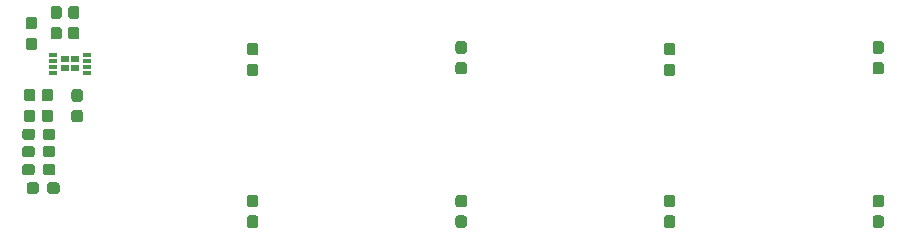
<source format=gbr>
G04 #@! TF.GenerationSoftware,KiCad,Pcbnew,(5.1.5)-3*
G04 #@! TF.CreationDate,2021-07-19T12:04:44+02:00*
G04 #@! TF.ProjectId,4xHalfBridge-VSON8,34784861-6c66-4427-9269-6467652d5653,rev?*
G04 #@! TF.SameCoordinates,Original*
G04 #@! TF.FileFunction,Paste,Bot*
G04 #@! TF.FilePolarity,Positive*
%FSLAX46Y46*%
G04 Gerber Fmt 4.6, Leading zero omitted, Abs format (unit mm)*
G04 Created by KiCad (PCBNEW (5.1.5)-3) date 2021-07-19 12:04:44*
%MOMM*%
%LPD*%
G04 APERTURE LIST*
%ADD10R,0.710000X0.580000*%
%ADD11R,0.750000X0.300000*%
%ADD12C,0.100000*%
G04 APERTURE END LIST*
D10*
X12917500Y-8247500D03*
X12042500Y-8247500D03*
X12042500Y-8972500D03*
X12917500Y-8972500D03*
D11*
X11030000Y-7860000D03*
X11030000Y-8360000D03*
X11030000Y-8860000D03*
X11030000Y-9360000D03*
X13930000Y-9360000D03*
X13930000Y-8860000D03*
X13930000Y-8360000D03*
X13930000Y-7860000D03*
D12*
G36*
X9285779Y-14106144D02*
G01*
X9308834Y-14109563D01*
X9331443Y-14115227D01*
X9353387Y-14123079D01*
X9374457Y-14133044D01*
X9394448Y-14145026D01*
X9413168Y-14158910D01*
X9430438Y-14174562D01*
X9446090Y-14191832D01*
X9459974Y-14210552D01*
X9471956Y-14230543D01*
X9481921Y-14251613D01*
X9489773Y-14273557D01*
X9495437Y-14296166D01*
X9498856Y-14319221D01*
X9500000Y-14342500D01*
X9500000Y-14817500D01*
X9498856Y-14840779D01*
X9495437Y-14863834D01*
X9489773Y-14886443D01*
X9481921Y-14908387D01*
X9471956Y-14929457D01*
X9459974Y-14949448D01*
X9446090Y-14968168D01*
X9430438Y-14985438D01*
X9413168Y-15001090D01*
X9394448Y-15014974D01*
X9374457Y-15026956D01*
X9353387Y-15036921D01*
X9331443Y-15044773D01*
X9308834Y-15050437D01*
X9285779Y-15053856D01*
X9262500Y-15055000D01*
X8687500Y-15055000D01*
X8664221Y-15053856D01*
X8641166Y-15050437D01*
X8618557Y-15044773D01*
X8596613Y-15036921D01*
X8575543Y-15026956D01*
X8555552Y-15014974D01*
X8536832Y-15001090D01*
X8519562Y-14985438D01*
X8503910Y-14968168D01*
X8490026Y-14949448D01*
X8478044Y-14929457D01*
X8468079Y-14908387D01*
X8460227Y-14886443D01*
X8454563Y-14863834D01*
X8451144Y-14840779D01*
X8450000Y-14817500D01*
X8450000Y-14342500D01*
X8451144Y-14319221D01*
X8454563Y-14296166D01*
X8460227Y-14273557D01*
X8468079Y-14251613D01*
X8478044Y-14230543D01*
X8490026Y-14210552D01*
X8503910Y-14191832D01*
X8519562Y-14174562D01*
X8536832Y-14158910D01*
X8555552Y-14145026D01*
X8575543Y-14133044D01*
X8596613Y-14123079D01*
X8618557Y-14115227D01*
X8641166Y-14109563D01*
X8664221Y-14106144D01*
X8687500Y-14105000D01*
X9262500Y-14105000D01*
X9285779Y-14106144D01*
G37*
G36*
X11035779Y-14106144D02*
G01*
X11058834Y-14109563D01*
X11081443Y-14115227D01*
X11103387Y-14123079D01*
X11124457Y-14133044D01*
X11144448Y-14145026D01*
X11163168Y-14158910D01*
X11180438Y-14174562D01*
X11196090Y-14191832D01*
X11209974Y-14210552D01*
X11221956Y-14230543D01*
X11231921Y-14251613D01*
X11239773Y-14273557D01*
X11245437Y-14296166D01*
X11248856Y-14319221D01*
X11250000Y-14342500D01*
X11250000Y-14817500D01*
X11248856Y-14840779D01*
X11245437Y-14863834D01*
X11239773Y-14886443D01*
X11231921Y-14908387D01*
X11221956Y-14929457D01*
X11209974Y-14949448D01*
X11196090Y-14968168D01*
X11180438Y-14985438D01*
X11163168Y-15001090D01*
X11144448Y-15014974D01*
X11124457Y-15026956D01*
X11103387Y-15036921D01*
X11081443Y-15044773D01*
X11058834Y-15050437D01*
X11035779Y-15053856D01*
X11012500Y-15055000D01*
X10437500Y-15055000D01*
X10414221Y-15053856D01*
X10391166Y-15050437D01*
X10368557Y-15044773D01*
X10346613Y-15036921D01*
X10325543Y-15026956D01*
X10305552Y-15014974D01*
X10286832Y-15001090D01*
X10269562Y-14985438D01*
X10253910Y-14968168D01*
X10240026Y-14949448D01*
X10228044Y-14929457D01*
X10218079Y-14908387D01*
X10210227Y-14886443D01*
X10204563Y-14863834D01*
X10201144Y-14840779D01*
X10200000Y-14817500D01*
X10200000Y-14342500D01*
X10201144Y-14319221D01*
X10204563Y-14296166D01*
X10210227Y-14273557D01*
X10218079Y-14251613D01*
X10228044Y-14230543D01*
X10240026Y-14210552D01*
X10253910Y-14191832D01*
X10269562Y-14174562D01*
X10286832Y-14158910D01*
X10305552Y-14145026D01*
X10325543Y-14133044D01*
X10346613Y-14123079D01*
X10368557Y-14115227D01*
X10391166Y-14109563D01*
X10414221Y-14106144D01*
X10437500Y-14105000D01*
X11012500Y-14105000D01*
X11035779Y-14106144D01*
G37*
G36*
X9275779Y-17096144D02*
G01*
X9298834Y-17099563D01*
X9321443Y-17105227D01*
X9343387Y-17113079D01*
X9364457Y-17123044D01*
X9384448Y-17135026D01*
X9403168Y-17148910D01*
X9420438Y-17164562D01*
X9436090Y-17181832D01*
X9449974Y-17200552D01*
X9461956Y-17220543D01*
X9471921Y-17241613D01*
X9479773Y-17263557D01*
X9485437Y-17286166D01*
X9488856Y-17309221D01*
X9490000Y-17332500D01*
X9490000Y-17807500D01*
X9488856Y-17830779D01*
X9485437Y-17853834D01*
X9479773Y-17876443D01*
X9471921Y-17898387D01*
X9461956Y-17919457D01*
X9449974Y-17939448D01*
X9436090Y-17958168D01*
X9420438Y-17975438D01*
X9403168Y-17991090D01*
X9384448Y-18004974D01*
X9364457Y-18016956D01*
X9343387Y-18026921D01*
X9321443Y-18034773D01*
X9298834Y-18040437D01*
X9275779Y-18043856D01*
X9252500Y-18045000D01*
X8677500Y-18045000D01*
X8654221Y-18043856D01*
X8631166Y-18040437D01*
X8608557Y-18034773D01*
X8586613Y-18026921D01*
X8565543Y-18016956D01*
X8545552Y-18004974D01*
X8526832Y-17991090D01*
X8509562Y-17975438D01*
X8493910Y-17958168D01*
X8480026Y-17939448D01*
X8468044Y-17919457D01*
X8458079Y-17898387D01*
X8450227Y-17876443D01*
X8444563Y-17853834D01*
X8441144Y-17830779D01*
X8440000Y-17807500D01*
X8440000Y-17332500D01*
X8441144Y-17309221D01*
X8444563Y-17286166D01*
X8450227Y-17263557D01*
X8458079Y-17241613D01*
X8468044Y-17220543D01*
X8480026Y-17200552D01*
X8493910Y-17181832D01*
X8509562Y-17164562D01*
X8526832Y-17148910D01*
X8545552Y-17135026D01*
X8565543Y-17123044D01*
X8586613Y-17113079D01*
X8608557Y-17105227D01*
X8631166Y-17099563D01*
X8654221Y-17096144D01*
X8677500Y-17095000D01*
X9252500Y-17095000D01*
X9275779Y-17096144D01*
G37*
G36*
X11025779Y-17096144D02*
G01*
X11048834Y-17099563D01*
X11071443Y-17105227D01*
X11093387Y-17113079D01*
X11114457Y-17123044D01*
X11134448Y-17135026D01*
X11153168Y-17148910D01*
X11170438Y-17164562D01*
X11186090Y-17181832D01*
X11199974Y-17200552D01*
X11211956Y-17220543D01*
X11221921Y-17241613D01*
X11229773Y-17263557D01*
X11235437Y-17286166D01*
X11238856Y-17309221D01*
X11240000Y-17332500D01*
X11240000Y-17807500D01*
X11238856Y-17830779D01*
X11235437Y-17853834D01*
X11229773Y-17876443D01*
X11221921Y-17898387D01*
X11211956Y-17919457D01*
X11199974Y-17939448D01*
X11186090Y-17958168D01*
X11170438Y-17975438D01*
X11153168Y-17991090D01*
X11134448Y-18004974D01*
X11114457Y-18016956D01*
X11093387Y-18026921D01*
X11071443Y-18034773D01*
X11048834Y-18040437D01*
X11025779Y-18043856D01*
X11002500Y-18045000D01*
X10427500Y-18045000D01*
X10404221Y-18043856D01*
X10381166Y-18040437D01*
X10358557Y-18034773D01*
X10336613Y-18026921D01*
X10315543Y-18016956D01*
X10295552Y-18004974D01*
X10276832Y-17991090D01*
X10259562Y-17975438D01*
X10243910Y-17958168D01*
X10230026Y-17939448D01*
X10218044Y-17919457D01*
X10208079Y-17898387D01*
X10200227Y-17876443D01*
X10194563Y-17853834D01*
X10191144Y-17830779D01*
X10190000Y-17807500D01*
X10190000Y-17332500D01*
X10191144Y-17309221D01*
X10194563Y-17286166D01*
X10200227Y-17263557D01*
X10208079Y-17241613D01*
X10218044Y-17220543D01*
X10230026Y-17200552D01*
X10243910Y-17181832D01*
X10259562Y-17164562D01*
X10276832Y-17148910D01*
X10295552Y-17135026D01*
X10315543Y-17123044D01*
X10336613Y-17113079D01*
X10358557Y-17105227D01*
X10381166Y-17099563D01*
X10404221Y-17096144D01*
X10427500Y-17095000D01*
X11002500Y-17095000D01*
X11025779Y-17096144D01*
G37*
G36*
X9265779Y-15576144D02*
G01*
X9288834Y-15579563D01*
X9311443Y-15585227D01*
X9333387Y-15593079D01*
X9354457Y-15603044D01*
X9374448Y-15615026D01*
X9393168Y-15628910D01*
X9410438Y-15644562D01*
X9426090Y-15661832D01*
X9439974Y-15680552D01*
X9451956Y-15700543D01*
X9461921Y-15721613D01*
X9469773Y-15743557D01*
X9475437Y-15766166D01*
X9478856Y-15789221D01*
X9480000Y-15812500D01*
X9480000Y-16287500D01*
X9478856Y-16310779D01*
X9475437Y-16333834D01*
X9469773Y-16356443D01*
X9461921Y-16378387D01*
X9451956Y-16399457D01*
X9439974Y-16419448D01*
X9426090Y-16438168D01*
X9410438Y-16455438D01*
X9393168Y-16471090D01*
X9374448Y-16484974D01*
X9354457Y-16496956D01*
X9333387Y-16506921D01*
X9311443Y-16514773D01*
X9288834Y-16520437D01*
X9265779Y-16523856D01*
X9242500Y-16525000D01*
X8667500Y-16525000D01*
X8644221Y-16523856D01*
X8621166Y-16520437D01*
X8598557Y-16514773D01*
X8576613Y-16506921D01*
X8555543Y-16496956D01*
X8535552Y-16484974D01*
X8516832Y-16471090D01*
X8499562Y-16455438D01*
X8483910Y-16438168D01*
X8470026Y-16419448D01*
X8458044Y-16399457D01*
X8448079Y-16378387D01*
X8440227Y-16356443D01*
X8434563Y-16333834D01*
X8431144Y-16310779D01*
X8430000Y-16287500D01*
X8430000Y-15812500D01*
X8431144Y-15789221D01*
X8434563Y-15766166D01*
X8440227Y-15743557D01*
X8448079Y-15721613D01*
X8458044Y-15700543D01*
X8470026Y-15680552D01*
X8483910Y-15661832D01*
X8499562Y-15644562D01*
X8516832Y-15628910D01*
X8535552Y-15615026D01*
X8555543Y-15603044D01*
X8576613Y-15593079D01*
X8598557Y-15585227D01*
X8621166Y-15579563D01*
X8644221Y-15576144D01*
X8667500Y-15575000D01*
X9242500Y-15575000D01*
X9265779Y-15576144D01*
G37*
G36*
X11015779Y-15576144D02*
G01*
X11038834Y-15579563D01*
X11061443Y-15585227D01*
X11083387Y-15593079D01*
X11104457Y-15603044D01*
X11124448Y-15615026D01*
X11143168Y-15628910D01*
X11160438Y-15644562D01*
X11176090Y-15661832D01*
X11189974Y-15680552D01*
X11201956Y-15700543D01*
X11211921Y-15721613D01*
X11219773Y-15743557D01*
X11225437Y-15766166D01*
X11228856Y-15789221D01*
X11230000Y-15812500D01*
X11230000Y-16287500D01*
X11228856Y-16310779D01*
X11225437Y-16333834D01*
X11219773Y-16356443D01*
X11211921Y-16378387D01*
X11201956Y-16399457D01*
X11189974Y-16419448D01*
X11176090Y-16438168D01*
X11160438Y-16455438D01*
X11143168Y-16471090D01*
X11124448Y-16484974D01*
X11104457Y-16496956D01*
X11083387Y-16506921D01*
X11061443Y-16514773D01*
X11038834Y-16520437D01*
X11015779Y-16523856D01*
X10992500Y-16525000D01*
X10417500Y-16525000D01*
X10394221Y-16523856D01*
X10371166Y-16520437D01*
X10348557Y-16514773D01*
X10326613Y-16506921D01*
X10305543Y-16496956D01*
X10285552Y-16484974D01*
X10266832Y-16471090D01*
X10249562Y-16455438D01*
X10233910Y-16438168D01*
X10220026Y-16419448D01*
X10208044Y-16399457D01*
X10198079Y-16378387D01*
X10190227Y-16356443D01*
X10184563Y-16333834D01*
X10181144Y-16310779D01*
X10180000Y-16287500D01*
X10180000Y-15812500D01*
X10181144Y-15789221D01*
X10184563Y-15766166D01*
X10190227Y-15743557D01*
X10198079Y-15721613D01*
X10208044Y-15700543D01*
X10220026Y-15680552D01*
X10233910Y-15661832D01*
X10249562Y-15644562D01*
X10266832Y-15628910D01*
X10285552Y-15615026D01*
X10305543Y-15603044D01*
X10326613Y-15593079D01*
X10348557Y-15585227D01*
X10371166Y-15579563D01*
X10394221Y-15576144D01*
X10417500Y-15575000D01*
X10992500Y-15575000D01*
X11015779Y-15576144D01*
G37*
G36*
X11385779Y-18656144D02*
G01*
X11408834Y-18659563D01*
X11431443Y-18665227D01*
X11453387Y-18673079D01*
X11474457Y-18683044D01*
X11494448Y-18695026D01*
X11513168Y-18708910D01*
X11530438Y-18724562D01*
X11546090Y-18741832D01*
X11559974Y-18760552D01*
X11571956Y-18780543D01*
X11581921Y-18801613D01*
X11589773Y-18823557D01*
X11595437Y-18846166D01*
X11598856Y-18869221D01*
X11600000Y-18892500D01*
X11600000Y-19367500D01*
X11598856Y-19390779D01*
X11595437Y-19413834D01*
X11589773Y-19436443D01*
X11581921Y-19458387D01*
X11571956Y-19479457D01*
X11559974Y-19499448D01*
X11546090Y-19518168D01*
X11530438Y-19535438D01*
X11513168Y-19551090D01*
X11494448Y-19564974D01*
X11474457Y-19576956D01*
X11453387Y-19586921D01*
X11431443Y-19594773D01*
X11408834Y-19600437D01*
X11385779Y-19603856D01*
X11362500Y-19605000D01*
X10787500Y-19605000D01*
X10764221Y-19603856D01*
X10741166Y-19600437D01*
X10718557Y-19594773D01*
X10696613Y-19586921D01*
X10675543Y-19576956D01*
X10655552Y-19564974D01*
X10636832Y-19551090D01*
X10619562Y-19535438D01*
X10603910Y-19518168D01*
X10590026Y-19499448D01*
X10578044Y-19479457D01*
X10568079Y-19458387D01*
X10560227Y-19436443D01*
X10554563Y-19413834D01*
X10551144Y-19390779D01*
X10550000Y-19367500D01*
X10550000Y-18892500D01*
X10551144Y-18869221D01*
X10554563Y-18846166D01*
X10560227Y-18823557D01*
X10568079Y-18801613D01*
X10578044Y-18780543D01*
X10590026Y-18760552D01*
X10603910Y-18741832D01*
X10619562Y-18724562D01*
X10636832Y-18708910D01*
X10655552Y-18695026D01*
X10675543Y-18683044D01*
X10696613Y-18673079D01*
X10718557Y-18665227D01*
X10741166Y-18659563D01*
X10764221Y-18656144D01*
X10787500Y-18655000D01*
X11362500Y-18655000D01*
X11385779Y-18656144D01*
G37*
G36*
X9635779Y-18656144D02*
G01*
X9658834Y-18659563D01*
X9681443Y-18665227D01*
X9703387Y-18673079D01*
X9724457Y-18683044D01*
X9744448Y-18695026D01*
X9763168Y-18708910D01*
X9780438Y-18724562D01*
X9796090Y-18741832D01*
X9809974Y-18760552D01*
X9821956Y-18780543D01*
X9831921Y-18801613D01*
X9839773Y-18823557D01*
X9845437Y-18846166D01*
X9848856Y-18869221D01*
X9850000Y-18892500D01*
X9850000Y-19367500D01*
X9848856Y-19390779D01*
X9845437Y-19413834D01*
X9839773Y-19436443D01*
X9831921Y-19458387D01*
X9821956Y-19479457D01*
X9809974Y-19499448D01*
X9796090Y-19518168D01*
X9780438Y-19535438D01*
X9763168Y-19551090D01*
X9744448Y-19564974D01*
X9724457Y-19576956D01*
X9703387Y-19586921D01*
X9681443Y-19594773D01*
X9658834Y-19600437D01*
X9635779Y-19603856D01*
X9612500Y-19605000D01*
X9037500Y-19605000D01*
X9014221Y-19603856D01*
X8991166Y-19600437D01*
X8968557Y-19594773D01*
X8946613Y-19586921D01*
X8925543Y-19576956D01*
X8905552Y-19564974D01*
X8886832Y-19551090D01*
X8869562Y-19535438D01*
X8853910Y-19518168D01*
X8840026Y-19499448D01*
X8828044Y-19479457D01*
X8818079Y-19458387D01*
X8810227Y-19436443D01*
X8804563Y-19413834D01*
X8801144Y-19390779D01*
X8800000Y-19367500D01*
X8800000Y-18892500D01*
X8801144Y-18869221D01*
X8804563Y-18846166D01*
X8810227Y-18823557D01*
X8818079Y-18801613D01*
X8828044Y-18780543D01*
X8840026Y-18760552D01*
X8853910Y-18741832D01*
X8869562Y-18724562D01*
X8886832Y-18708910D01*
X8905552Y-18695026D01*
X8925543Y-18683044D01*
X8946613Y-18673079D01*
X8968557Y-18665227D01*
X8991166Y-18659563D01*
X9014221Y-18656144D01*
X9037500Y-18655000D01*
X9612500Y-18655000D01*
X9635779Y-18656144D01*
G37*
G36*
X13340779Y-10761144D02*
G01*
X13363834Y-10764563D01*
X13386443Y-10770227D01*
X13408387Y-10778079D01*
X13429457Y-10788044D01*
X13449448Y-10800026D01*
X13468168Y-10813910D01*
X13485438Y-10829562D01*
X13501090Y-10846832D01*
X13514974Y-10865552D01*
X13526956Y-10885543D01*
X13536921Y-10906613D01*
X13544773Y-10928557D01*
X13550437Y-10951166D01*
X13553856Y-10974221D01*
X13555000Y-10997500D01*
X13555000Y-11572500D01*
X13553856Y-11595779D01*
X13550437Y-11618834D01*
X13544773Y-11641443D01*
X13536921Y-11663387D01*
X13526956Y-11684457D01*
X13514974Y-11704448D01*
X13501090Y-11723168D01*
X13485438Y-11740438D01*
X13468168Y-11756090D01*
X13449448Y-11769974D01*
X13429457Y-11781956D01*
X13408387Y-11791921D01*
X13386443Y-11799773D01*
X13363834Y-11805437D01*
X13340779Y-11808856D01*
X13317500Y-11810000D01*
X12842500Y-11810000D01*
X12819221Y-11808856D01*
X12796166Y-11805437D01*
X12773557Y-11799773D01*
X12751613Y-11791921D01*
X12730543Y-11781956D01*
X12710552Y-11769974D01*
X12691832Y-11756090D01*
X12674562Y-11740438D01*
X12658910Y-11723168D01*
X12645026Y-11704448D01*
X12633044Y-11684457D01*
X12623079Y-11663387D01*
X12615227Y-11641443D01*
X12609563Y-11618834D01*
X12606144Y-11595779D01*
X12605000Y-11572500D01*
X12605000Y-10997500D01*
X12606144Y-10974221D01*
X12609563Y-10951166D01*
X12615227Y-10928557D01*
X12623079Y-10906613D01*
X12633044Y-10885543D01*
X12645026Y-10865552D01*
X12658910Y-10846832D01*
X12674562Y-10829562D01*
X12691832Y-10813910D01*
X12710552Y-10800026D01*
X12730543Y-10788044D01*
X12751613Y-10778079D01*
X12773557Y-10770227D01*
X12796166Y-10764563D01*
X12819221Y-10761144D01*
X12842500Y-10760000D01*
X13317500Y-10760000D01*
X13340779Y-10761144D01*
G37*
G36*
X13340779Y-12511144D02*
G01*
X13363834Y-12514563D01*
X13386443Y-12520227D01*
X13408387Y-12528079D01*
X13429457Y-12538044D01*
X13449448Y-12550026D01*
X13468168Y-12563910D01*
X13485438Y-12579562D01*
X13501090Y-12596832D01*
X13514974Y-12615552D01*
X13526956Y-12635543D01*
X13536921Y-12656613D01*
X13544773Y-12678557D01*
X13550437Y-12701166D01*
X13553856Y-12724221D01*
X13555000Y-12747500D01*
X13555000Y-13322500D01*
X13553856Y-13345779D01*
X13550437Y-13368834D01*
X13544773Y-13391443D01*
X13536921Y-13413387D01*
X13526956Y-13434457D01*
X13514974Y-13454448D01*
X13501090Y-13473168D01*
X13485438Y-13490438D01*
X13468168Y-13506090D01*
X13449448Y-13519974D01*
X13429457Y-13531956D01*
X13408387Y-13541921D01*
X13386443Y-13549773D01*
X13363834Y-13555437D01*
X13340779Y-13558856D01*
X13317500Y-13560000D01*
X12842500Y-13560000D01*
X12819221Y-13558856D01*
X12796166Y-13555437D01*
X12773557Y-13549773D01*
X12751613Y-13541921D01*
X12730543Y-13531956D01*
X12710552Y-13519974D01*
X12691832Y-13506090D01*
X12674562Y-13490438D01*
X12658910Y-13473168D01*
X12645026Y-13454448D01*
X12633044Y-13434457D01*
X12623079Y-13413387D01*
X12615227Y-13391443D01*
X12609563Y-13368834D01*
X12606144Y-13345779D01*
X12605000Y-13322500D01*
X12605000Y-12747500D01*
X12606144Y-12724221D01*
X12609563Y-12701166D01*
X12615227Y-12678557D01*
X12623079Y-12656613D01*
X12633044Y-12635543D01*
X12645026Y-12615552D01*
X12658910Y-12596832D01*
X12674562Y-12579562D01*
X12691832Y-12563910D01*
X12710552Y-12550026D01*
X12730543Y-12538044D01*
X12751613Y-12528079D01*
X12773557Y-12520227D01*
X12796166Y-12514563D01*
X12819221Y-12511144D01*
X12842500Y-12510000D01*
X13317500Y-12510000D01*
X13340779Y-12511144D01*
G37*
G36*
X9476379Y-6401544D02*
G01*
X9499434Y-6404963D01*
X9522043Y-6410627D01*
X9543987Y-6418479D01*
X9565057Y-6428444D01*
X9585048Y-6440426D01*
X9603768Y-6454310D01*
X9621038Y-6469962D01*
X9636690Y-6487232D01*
X9650574Y-6505952D01*
X9662556Y-6525943D01*
X9672521Y-6547013D01*
X9680373Y-6568957D01*
X9686037Y-6591566D01*
X9689456Y-6614621D01*
X9690600Y-6637900D01*
X9690600Y-7212900D01*
X9689456Y-7236179D01*
X9686037Y-7259234D01*
X9680373Y-7281843D01*
X9672521Y-7303787D01*
X9662556Y-7324857D01*
X9650574Y-7344848D01*
X9636690Y-7363568D01*
X9621038Y-7380838D01*
X9603768Y-7396490D01*
X9585048Y-7410374D01*
X9565057Y-7422356D01*
X9543987Y-7432321D01*
X9522043Y-7440173D01*
X9499434Y-7445837D01*
X9476379Y-7449256D01*
X9453100Y-7450400D01*
X8978100Y-7450400D01*
X8954821Y-7449256D01*
X8931766Y-7445837D01*
X8909157Y-7440173D01*
X8887213Y-7432321D01*
X8866143Y-7422356D01*
X8846152Y-7410374D01*
X8827432Y-7396490D01*
X8810162Y-7380838D01*
X8794510Y-7363568D01*
X8780626Y-7344848D01*
X8768644Y-7324857D01*
X8758679Y-7303787D01*
X8750827Y-7281843D01*
X8745163Y-7259234D01*
X8741744Y-7236179D01*
X8740600Y-7212900D01*
X8740600Y-6637900D01*
X8741744Y-6614621D01*
X8745163Y-6591566D01*
X8750827Y-6568957D01*
X8758679Y-6547013D01*
X8768644Y-6525943D01*
X8780626Y-6505952D01*
X8794510Y-6487232D01*
X8810162Y-6469962D01*
X8827432Y-6454310D01*
X8846152Y-6440426D01*
X8866143Y-6428444D01*
X8887213Y-6418479D01*
X8909157Y-6410627D01*
X8931766Y-6404963D01*
X8954821Y-6401544D01*
X8978100Y-6400400D01*
X9453100Y-6400400D01*
X9476379Y-6401544D01*
G37*
G36*
X9476379Y-4651544D02*
G01*
X9499434Y-4654963D01*
X9522043Y-4660627D01*
X9543987Y-4668479D01*
X9565057Y-4678444D01*
X9585048Y-4690426D01*
X9603768Y-4704310D01*
X9621038Y-4719962D01*
X9636690Y-4737232D01*
X9650574Y-4755952D01*
X9662556Y-4775943D01*
X9672521Y-4797013D01*
X9680373Y-4818957D01*
X9686037Y-4841566D01*
X9689456Y-4864621D01*
X9690600Y-4887900D01*
X9690600Y-5462900D01*
X9689456Y-5486179D01*
X9686037Y-5509234D01*
X9680373Y-5531843D01*
X9672521Y-5553787D01*
X9662556Y-5574857D01*
X9650574Y-5594848D01*
X9636690Y-5613568D01*
X9621038Y-5630838D01*
X9603768Y-5646490D01*
X9585048Y-5660374D01*
X9565057Y-5672356D01*
X9543987Y-5682321D01*
X9522043Y-5690173D01*
X9499434Y-5695837D01*
X9476379Y-5699256D01*
X9453100Y-5700400D01*
X8978100Y-5700400D01*
X8954821Y-5699256D01*
X8931766Y-5695837D01*
X8909157Y-5690173D01*
X8887213Y-5682321D01*
X8866143Y-5672356D01*
X8846152Y-5660374D01*
X8827432Y-5646490D01*
X8810162Y-5630838D01*
X8794510Y-5613568D01*
X8780626Y-5594848D01*
X8768644Y-5574857D01*
X8758679Y-5553787D01*
X8750827Y-5531843D01*
X8745163Y-5509234D01*
X8741744Y-5486179D01*
X8740600Y-5462900D01*
X8740600Y-4887900D01*
X8741744Y-4864621D01*
X8745163Y-4841566D01*
X8750827Y-4818957D01*
X8758679Y-4797013D01*
X8768644Y-4775943D01*
X8780626Y-4755952D01*
X8794510Y-4737232D01*
X8810162Y-4719962D01*
X8827432Y-4704310D01*
X8846152Y-4690426D01*
X8866143Y-4678444D01*
X8887213Y-4668479D01*
X8909157Y-4660627D01*
X8931766Y-4654963D01*
X8954821Y-4651544D01*
X8978100Y-4650400D01*
X9453100Y-4650400D01*
X9476379Y-4651544D01*
G37*
G36*
X9316379Y-10741544D02*
G01*
X9339434Y-10744963D01*
X9362043Y-10750627D01*
X9383987Y-10758479D01*
X9405057Y-10768444D01*
X9425048Y-10780426D01*
X9443768Y-10794310D01*
X9461038Y-10809962D01*
X9476690Y-10827232D01*
X9490574Y-10845952D01*
X9502556Y-10865943D01*
X9512521Y-10887013D01*
X9520373Y-10908957D01*
X9526037Y-10931566D01*
X9529456Y-10954621D01*
X9530600Y-10977900D01*
X9530600Y-11552900D01*
X9529456Y-11576179D01*
X9526037Y-11599234D01*
X9520373Y-11621843D01*
X9512521Y-11643787D01*
X9502556Y-11664857D01*
X9490574Y-11684848D01*
X9476690Y-11703568D01*
X9461038Y-11720838D01*
X9443768Y-11736490D01*
X9425048Y-11750374D01*
X9405057Y-11762356D01*
X9383987Y-11772321D01*
X9362043Y-11780173D01*
X9339434Y-11785837D01*
X9316379Y-11789256D01*
X9293100Y-11790400D01*
X8818100Y-11790400D01*
X8794821Y-11789256D01*
X8771766Y-11785837D01*
X8749157Y-11780173D01*
X8727213Y-11772321D01*
X8706143Y-11762356D01*
X8686152Y-11750374D01*
X8667432Y-11736490D01*
X8650162Y-11720838D01*
X8634510Y-11703568D01*
X8620626Y-11684848D01*
X8608644Y-11664857D01*
X8598679Y-11643787D01*
X8590827Y-11621843D01*
X8585163Y-11599234D01*
X8581744Y-11576179D01*
X8580600Y-11552900D01*
X8580600Y-10977900D01*
X8581744Y-10954621D01*
X8585163Y-10931566D01*
X8590827Y-10908957D01*
X8598679Y-10887013D01*
X8608644Y-10865943D01*
X8620626Y-10845952D01*
X8634510Y-10827232D01*
X8650162Y-10809962D01*
X8667432Y-10794310D01*
X8686152Y-10780426D01*
X8706143Y-10768444D01*
X8727213Y-10758479D01*
X8749157Y-10750627D01*
X8771766Y-10744963D01*
X8794821Y-10741544D01*
X8818100Y-10740400D01*
X9293100Y-10740400D01*
X9316379Y-10741544D01*
G37*
G36*
X9316379Y-12491544D02*
G01*
X9339434Y-12494963D01*
X9362043Y-12500627D01*
X9383987Y-12508479D01*
X9405057Y-12518444D01*
X9425048Y-12530426D01*
X9443768Y-12544310D01*
X9461038Y-12559962D01*
X9476690Y-12577232D01*
X9490574Y-12595952D01*
X9502556Y-12615943D01*
X9512521Y-12637013D01*
X9520373Y-12658957D01*
X9526037Y-12681566D01*
X9529456Y-12704621D01*
X9530600Y-12727900D01*
X9530600Y-13302900D01*
X9529456Y-13326179D01*
X9526037Y-13349234D01*
X9520373Y-13371843D01*
X9512521Y-13393787D01*
X9502556Y-13414857D01*
X9490574Y-13434848D01*
X9476690Y-13453568D01*
X9461038Y-13470838D01*
X9443768Y-13486490D01*
X9425048Y-13500374D01*
X9405057Y-13512356D01*
X9383987Y-13522321D01*
X9362043Y-13530173D01*
X9339434Y-13535837D01*
X9316379Y-13539256D01*
X9293100Y-13540400D01*
X8818100Y-13540400D01*
X8794821Y-13539256D01*
X8771766Y-13535837D01*
X8749157Y-13530173D01*
X8727213Y-13522321D01*
X8706143Y-13512356D01*
X8686152Y-13500374D01*
X8667432Y-13486490D01*
X8650162Y-13470838D01*
X8634510Y-13453568D01*
X8620626Y-13434848D01*
X8608644Y-13414857D01*
X8598679Y-13393787D01*
X8590827Y-13371843D01*
X8585163Y-13349234D01*
X8581744Y-13326179D01*
X8580600Y-13302900D01*
X8580600Y-12727900D01*
X8581744Y-12704621D01*
X8585163Y-12681566D01*
X8590827Y-12658957D01*
X8598679Y-12637013D01*
X8608644Y-12615943D01*
X8620626Y-12595952D01*
X8634510Y-12577232D01*
X8650162Y-12559962D01*
X8667432Y-12544310D01*
X8686152Y-12530426D01*
X8706143Y-12518444D01*
X8727213Y-12508479D01*
X8749157Y-12500627D01*
X8771766Y-12494963D01*
X8794821Y-12491544D01*
X8818100Y-12490400D01*
X9293100Y-12490400D01*
X9316379Y-12491544D01*
G37*
G36*
X10816379Y-10741544D02*
G01*
X10839434Y-10744963D01*
X10862043Y-10750627D01*
X10883987Y-10758479D01*
X10905057Y-10768444D01*
X10925048Y-10780426D01*
X10943768Y-10794310D01*
X10961038Y-10809962D01*
X10976690Y-10827232D01*
X10990574Y-10845952D01*
X11002556Y-10865943D01*
X11012521Y-10887013D01*
X11020373Y-10908957D01*
X11026037Y-10931566D01*
X11029456Y-10954621D01*
X11030600Y-10977900D01*
X11030600Y-11552900D01*
X11029456Y-11576179D01*
X11026037Y-11599234D01*
X11020373Y-11621843D01*
X11012521Y-11643787D01*
X11002556Y-11664857D01*
X10990574Y-11684848D01*
X10976690Y-11703568D01*
X10961038Y-11720838D01*
X10943768Y-11736490D01*
X10925048Y-11750374D01*
X10905057Y-11762356D01*
X10883987Y-11772321D01*
X10862043Y-11780173D01*
X10839434Y-11785837D01*
X10816379Y-11789256D01*
X10793100Y-11790400D01*
X10318100Y-11790400D01*
X10294821Y-11789256D01*
X10271766Y-11785837D01*
X10249157Y-11780173D01*
X10227213Y-11772321D01*
X10206143Y-11762356D01*
X10186152Y-11750374D01*
X10167432Y-11736490D01*
X10150162Y-11720838D01*
X10134510Y-11703568D01*
X10120626Y-11684848D01*
X10108644Y-11664857D01*
X10098679Y-11643787D01*
X10090827Y-11621843D01*
X10085163Y-11599234D01*
X10081744Y-11576179D01*
X10080600Y-11552900D01*
X10080600Y-10977900D01*
X10081744Y-10954621D01*
X10085163Y-10931566D01*
X10090827Y-10908957D01*
X10098679Y-10887013D01*
X10108644Y-10865943D01*
X10120626Y-10845952D01*
X10134510Y-10827232D01*
X10150162Y-10809962D01*
X10167432Y-10794310D01*
X10186152Y-10780426D01*
X10206143Y-10768444D01*
X10227213Y-10758479D01*
X10249157Y-10750627D01*
X10271766Y-10744963D01*
X10294821Y-10741544D01*
X10318100Y-10740400D01*
X10793100Y-10740400D01*
X10816379Y-10741544D01*
G37*
G36*
X10816379Y-12491544D02*
G01*
X10839434Y-12494963D01*
X10862043Y-12500627D01*
X10883987Y-12508479D01*
X10905057Y-12518444D01*
X10925048Y-12530426D01*
X10943768Y-12544310D01*
X10961038Y-12559962D01*
X10976690Y-12577232D01*
X10990574Y-12595952D01*
X11002556Y-12615943D01*
X11012521Y-12637013D01*
X11020373Y-12658957D01*
X11026037Y-12681566D01*
X11029456Y-12704621D01*
X11030600Y-12727900D01*
X11030600Y-13302900D01*
X11029456Y-13326179D01*
X11026037Y-13349234D01*
X11020373Y-13371843D01*
X11012521Y-13393787D01*
X11002556Y-13414857D01*
X10990574Y-13434848D01*
X10976690Y-13453568D01*
X10961038Y-13470838D01*
X10943768Y-13486490D01*
X10925048Y-13500374D01*
X10905057Y-13512356D01*
X10883987Y-13522321D01*
X10862043Y-13530173D01*
X10839434Y-13535837D01*
X10816379Y-13539256D01*
X10793100Y-13540400D01*
X10318100Y-13540400D01*
X10294821Y-13539256D01*
X10271766Y-13535837D01*
X10249157Y-13530173D01*
X10227213Y-13522321D01*
X10206143Y-13512356D01*
X10186152Y-13500374D01*
X10167432Y-13486490D01*
X10150162Y-13470838D01*
X10134510Y-13453568D01*
X10120626Y-13434848D01*
X10108644Y-13414857D01*
X10098679Y-13393787D01*
X10090827Y-13371843D01*
X10085163Y-13349234D01*
X10081744Y-13326179D01*
X10080600Y-13302900D01*
X10080600Y-12727900D01*
X10081744Y-12704621D01*
X10085163Y-12681566D01*
X10090827Y-12658957D01*
X10098679Y-12637013D01*
X10108644Y-12615943D01*
X10120626Y-12595952D01*
X10134510Y-12577232D01*
X10150162Y-12559962D01*
X10167432Y-12544310D01*
X10186152Y-12530426D01*
X10206143Y-12518444D01*
X10227213Y-12508479D01*
X10249157Y-12500627D01*
X10271766Y-12494963D01*
X10294821Y-12491544D01*
X10318100Y-12490400D01*
X10793100Y-12490400D01*
X10816379Y-12491544D01*
G37*
G36*
X13056379Y-3741544D02*
G01*
X13079434Y-3744963D01*
X13102043Y-3750627D01*
X13123987Y-3758479D01*
X13145057Y-3768444D01*
X13165048Y-3780426D01*
X13183768Y-3794310D01*
X13201038Y-3809962D01*
X13216690Y-3827232D01*
X13230574Y-3845952D01*
X13242556Y-3865943D01*
X13252521Y-3887013D01*
X13260373Y-3908957D01*
X13266037Y-3931566D01*
X13269456Y-3954621D01*
X13270600Y-3977900D01*
X13270600Y-4552900D01*
X13269456Y-4576179D01*
X13266037Y-4599234D01*
X13260373Y-4621843D01*
X13252521Y-4643787D01*
X13242556Y-4664857D01*
X13230574Y-4684848D01*
X13216690Y-4703568D01*
X13201038Y-4720838D01*
X13183768Y-4736490D01*
X13165048Y-4750374D01*
X13145057Y-4762356D01*
X13123987Y-4772321D01*
X13102043Y-4780173D01*
X13079434Y-4785837D01*
X13056379Y-4789256D01*
X13033100Y-4790400D01*
X12558100Y-4790400D01*
X12534821Y-4789256D01*
X12511766Y-4785837D01*
X12489157Y-4780173D01*
X12467213Y-4772321D01*
X12446143Y-4762356D01*
X12426152Y-4750374D01*
X12407432Y-4736490D01*
X12390162Y-4720838D01*
X12374510Y-4703568D01*
X12360626Y-4684848D01*
X12348644Y-4664857D01*
X12338679Y-4643787D01*
X12330827Y-4621843D01*
X12325163Y-4599234D01*
X12321744Y-4576179D01*
X12320600Y-4552900D01*
X12320600Y-3977900D01*
X12321744Y-3954621D01*
X12325163Y-3931566D01*
X12330827Y-3908957D01*
X12338679Y-3887013D01*
X12348644Y-3865943D01*
X12360626Y-3845952D01*
X12374510Y-3827232D01*
X12390162Y-3809962D01*
X12407432Y-3794310D01*
X12426152Y-3780426D01*
X12446143Y-3768444D01*
X12467213Y-3758479D01*
X12489157Y-3750627D01*
X12511766Y-3744963D01*
X12534821Y-3741544D01*
X12558100Y-3740400D01*
X13033100Y-3740400D01*
X13056379Y-3741544D01*
G37*
G36*
X13056379Y-5491544D02*
G01*
X13079434Y-5494963D01*
X13102043Y-5500627D01*
X13123987Y-5508479D01*
X13145057Y-5518444D01*
X13165048Y-5530426D01*
X13183768Y-5544310D01*
X13201038Y-5559962D01*
X13216690Y-5577232D01*
X13230574Y-5595952D01*
X13242556Y-5615943D01*
X13252521Y-5637013D01*
X13260373Y-5658957D01*
X13266037Y-5681566D01*
X13269456Y-5704621D01*
X13270600Y-5727900D01*
X13270600Y-6302900D01*
X13269456Y-6326179D01*
X13266037Y-6349234D01*
X13260373Y-6371843D01*
X13252521Y-6393787D01*
X13242556Y-6414857D01*
X13230574Y-6434848D01*
X13216690Y-6453568D01*
X13201038Y-6470838D01*
X13183768Y-6486490D01*
X13165048Y-6500374D01*
X13145057Y-6512356D01*
X13123987Y-6522321D01*
X13102043Y-6530173D01*
X13079434Y-6535837D01*
X13056379Y-6539256D01*
X13033100Y-6540400D01*
X12558100Y-6540400D01*
X12534821Y-6539256D01*
X12511766Y-6535837D01*
X12489157Y-6530173D01*
X12467213Y-6522321D01*
X12446143Y-6512356D01*
X12426152Y-6500374D01*
X12407432Y-6486490D01*
X12390162Y-6470838D01*
X12374510Y-6453568D01*
X12360626Y-6434848D01*
X12348644Y-6414857D01*
X12338679Y-6393787D01*
X12330827Y-6371843D01*
X12325163Y-6349234D01*
X12321744Y-6326179D01*
X12320600Y-6302900D01*
X12320600Y-5727900D01*
X12321744Y-5704621D01*
X12325163Y-5681566D01*
X12330827Y-5658957D01*
X12338679Y-5637013D01*
X12348644Y-5615943D01*
X12360626Y-5595952D01*
X12374510Y-5577232D01*
X12390162Y-5559962D01*
X12407432Y-5544310D01*
X12426152Y-5530426D01*
X12446143Y-5518444D01*
X12467213Y-5508479D01*
X12489157Y-5500627D01*
X12511766Y-5494963D01*
X12534821Y-5491544D01*
X12558100Y-5490400D01*
X13033100Y-5490400D01*
X13056379Y-5491544D01*
G37*
G36*
X11566379Y-3741544D02*
G01*
X11589434Y-3744963D01*
X11612043Y-3750627D01*
X11633987Y-3758479D01*
X11655057Y-3768444D01*
X11675048Y-3780426D01*
X11693768Y-3794310D01*
X11711038Y-3809962D01*
X11726690Y-3827232D01*
X11740574Y-3845952D01*
X11752556Y-3865943D01*
X11762521Y-3887013D01*
X11770373Y-3908957D01*
X11776037Y-3931566D01*
X11779456Y-3954621D01*
X11780600Y-3977900D01*
X11780600Y-4552900D01*
X11779456Y-4576179D01*
X11776037Y-4599234D01*
X11770373Y-4621843D01*
X11762521Y-4643787D01*
X11752556Y-4664857D01*
X11740574Y-4684848D01*
X11726690Y-4703568D01*
X11711038Y-4720838D01*
X11693768Y-4736490D01*
X11675048Y-4750374D01*
X11655057Y-4762356D01*
X11633987Y-4772321D01*
X11612043Y-4780173D01*
X11589434Y-4785837D01*
X11566379Y-4789256D01*
X11543100Y-4790400D01*
X11068100Y-4790400D01*
X11044821Y-4789256D01*
X11021766Y-4785837D01*
X10999157Y-4780173D01*
X10977213Y-4772321D01*
X10956143Y-4762356D01*
X10936152Y-4750374D01*
X10917432Y-4736490D01*
X10900162Y-4720838D01*
X10884510Y-4703568D01*
X10870626Y-4684848D01*
X10858644Y-4664857D01*
X10848679Y-4643787D01*
X10840827Y-4621843D01*
X10835163Y-4599234D01*
X10831744Y-4576179D01*
X10830600Y-4552900D01*
X10830600Y-3977900D01*
X10831744Y-3954621D01*
X10835163Y-3931566D01*
X10840827Y-3908957D01*
X10848679Y-3887013D01*
X10858644Y-3865943D01*
X10870626Y-3845952D01*
X10884510Y-3827232D01*
X10900162Y-3809962D01*
X10917432Y-3794310D01*
X10936152Y-3780426D01*
X10956143Y-3768444D01*
X10977213Y-3758479D01*
X10999157Y-3750627D01*
X11021766Y-3744963D01*
X11044821Y-3741544D01*
X11068100Y-3740400D01*
X11543100Y-3740400D01*
X11566379Y-3741544D01*
G37*
G36*
X11566379Y-5491544D02*
G01*
X11589434Y-5494963D01*
X11612043Y-5500627D01*
X11633987Y-5508479D01*
X11655057Y-5518444D01*
X11675048Y-5530426D01*
X11693768Y-5544310D01*
X11711038Y-5559962D01*
X11726690Y-5577232D01*
X11740574Y-5595952D01*
X11752556Y-5615943D01*
X11762521Y-5637013D01*
X11770373Y-5658957D01*
X11776037Y-5681566D01*
X11779456Y-5704621D01*
X11780600Y-5727900D01*
X11780600Y-6302900D01*
X11779456Y-6326179D01*
X11776037Y-6349234D01*
X11770373Y-6371843D01*
X11762521Y-6393787D01*
X11752556Y-6414857D01*
X11740574Y-6434848D01*
X11726690Y-6453568D01*
X11711038Y-6470838D01*
X11693768Y-6486490D01*
X11675048Y-6500374D01*
X11655057Y-6512356D01*
X11633987Y-6522321D01*
X11612043Y-6530173D01*
X11589434Y-6535837D01*
X11566379Y-6539256D01*
X11543100Y-6540400D01*
X11068100Y-6540400D01*
X11044821Y-6539256D01*
X11021766Y-6535837D01*
X10999157Y-6530173D01*
X10977213Y-6522321D01*
X10956143Y-6512356D01*
X10936152Y-6500374D01*
X10917432Y-6486490D01*
X10900162Y-6470838D01*
X10884510Y-6453568D01*
X10870626Y-6434848D01*
X10858644Y-6414857D01*
X10848679Y-6393787D01*
X10840827Y-6371843D01*
X10835163Y-6349234D01*
X10831744Y-6326179D01*
X10830600Y-6302900D01*
X10830600Y-5727900D01*
X10831744Y-5704621D01*
X10835163Y-5681566D01*
X10840827Y-5658957D01*
X10848679Y-5637013D01*
X10858644Y-5615943D01*
X10870626Y-5595952D01*
X10884510Y-5577232D01*
X10900162Y-5559962D01*
X10917432Y-5544310D01*
X10936152Y-5530426D01*
X10956143Y-5518444D01*
X10977213Y-5508479D01*
X10999157Y-5500627D01*
X11021766Y-5494963D01*
X11044821Y-5491544D01*
X11068100Y-5490400D01*
X11543100Y-5490400D01*
X11566379Y-5491544D01*
G37*
G36*
X81160779Y-21451144D02*
G01*
X81183834Y-21454563D01*
X81206443Y-21460227D01*
X81228387Y-21468079D01*
X81249457Y-21478044D01*
X81269448Y-21490026D01*
X81288168Y-21503910D01*
X81305438Y-21519562D01*
X81321090Y-21536832D01*
X81334974Y-21555552D01*
X81346956Y-21575543D01*
X81356921Y-21596613D01*
X81364773Y-21618557D01*
X81370437Y-21641166D01*
X81373856Y-21664221D01*
X81375000Y-21687500D01*
X81375000Y-22262500D01*
X81373856Y-22285779D01*
X81370437Y-22308834D01*
X81364773Y-22331443D01*
X81356921Y-22353387D01*
X81346956Y-22374457D01*
X81334974Y-22394448D01*
X81321090Y-22413168D01*
X81305438Y-22430438D01*
X81288168Y-22446090D01*
X81269448Y-22459974D01*
X81249457Y-22471956D01*
X81228387Y-22481921D01*
X81206443Y-22489773D01*
X81183834Y-22495437D01*
X81160779Y-22498856D01*
X81137500Y-22500000D01*
X80662500Y-22500000D01*
X80639221Y-22498856D01*
X80616166Y-22495437D01*
X80593557Y-22489773D01*
X80571613Y-22481921D01*
X80550543Y-22471956D01*
X80530552Y-22459974D01*
X80511832Y-22446090D01*
X80494562Y-22430438D01*
X80478910Y-22413168D01*
X80465026Y-22394448D01*
X80453044Y-22374457D01*
X80443079Y-22353387D01*
X80435227Y-22331443D01*
X80429563Y-22308834D01*
X80426144Y-22285779D01*
X80425000Y-22262500D01*
X80425000Y-21687500D01*
X80426144Y-21664221D01*
X80429563Y-21641166D01*
X80435227Y-21618557D01*
X80443079Y-21596613D01*
X80453044Y-21575543D01*
X80465026Y-21555552D01*
X80478910Y-21536832D01*
X80494562Y-21519562D01*
X80511832Y-21503910D01*
X80530552Y-21490026D01*
X80550543Y-21478044D01*
X80571613Y-21468079D01*
X80593557Y-21460227D01*
X80616166Y-21454563D01*
X80639221Y-21451144D01*
X80662500Y-21450000D01*
X81137500Y-21450000D01*
X81160779Y-21451144D01*
G37*
G36*
X81160779Y-19701144D02*
G01*
X81183834Y-19704563D01*
X81206443Y-19710227D01*
X81228387Y-19718079D01*
X81249457Y-19728044D01*
X81269448Y-19740026D01*
X81288168Y-19753910D01*
X81305438Y-19769562D01*
X81321090Y-19786832D01*
X81334974Y-19805552D01*
X81346956Y-19825543D01*
X81356921Y-19846613D01*
X81364773Y-19868557D01*
X81370437Y-19891166D01*
X81373856Y-19914221D01*
X81375000Y-19937500D01*
X81375000Y-20512500D01*
X81373856Y-20535779D01*
X81370437Y-20558834D01*
X81364773Y-20581443D01*
X81356921Y-20603387D01*
X81346956Y-20624457D01*
X81334974Y-20644448D01*
X81321090Y-20663168D01*
X81305438Y-20680438D01*
X81288168Y-20696090D01*
X81269448Y-20709974D01*
X81249457Y-20721956D01*
X81228387Y-20731921D01*
X81206443Y-20739773D01*
X81183834Y-20745437D01*
X81160779Y-20748856D01*
X81137500Y-20750000D01*
X80662500Y-20750000D01*
X80639221Y-20748856D01*
X80616166Y-20745437D01*
X80593557Y-20739773D01*
X80571613Y-20731921D01*
X80550543Y-20721956D01*
X80530552Y-20709974D01*
X80511832Y-20696090D01*
X80494562Y-20680438D01*
X80478910Y-20663168D01*
X80465026Y-20644448D01*
X80453044Y-20624457D01*
X80443079Y-20603387D01*
X80435227Y-20581443D01*
X80429563Y-20558834D01*
X80426144Y-20535779D01*
X80425000Y-20512500D01*
X80425000Y-19937500D01*
X80426144Y-19914221D01*
X80429563Y-19891166D01*
X80435227Y-19868557D01*
X80443079Y-19846613D01*
X80453044Y-19825543D01*
X80465026Y-19805552D01*
X80478910Y-19786832D01*
X80494562Y-19769562D01*
X80511832Y-19753910D01*
X80530552Y-19740026D01*
X80550543Y-19728044D01*
X80571613Y-19718079D01*
X80593557Y-19710227D01*
X80616166Y-19704563D01*
X80639221Y-19701144D01*
X80662500Y-19700000D01*
X81137500Y-19700000D01*
X81160779Y-19701144D01*
G37*
G36*
X45854112Y-21451144D02*
G01*
X45877167Y-21454563D01*
X45899776Y-21460227D01*
X45921720Y-21468079D01*
X45942790Y-21478044D01*
X45962781Y-21490026D01*
X45981501Y-21503910D01*
X45998771Y-21519562D01*
X46014423Y-21536832D01*
X46028307Y-21555552D01*
X46040289Y-21575543D01*
X46050254Y-21596613D01*
X46058106Y-21618557D01*
X46063770Y-21641166D01*
X46067189Y-21664221D01*
X46068333Y-21687500D01*
X46068333Y-22262500D01*
X46067189Y-22285779D01*
X46063770Y-22308834D01*
X46058106Y-22331443D01*
X46050254Y-22353387D01*
X46040289Y-22374457D01*
X46028307Y-22394448D01*
X46014423Y-22413168D01*
X45998771Y-22430438D01*
X45981501Y-22446090D01*
X45962781Y-22459974D01*
X45942790Y-22471956D01*
X45921720Y-22481921D01*
X45899776Y-22489773D01*
X45877167Y-22495437D01*
X45854112Y-22498856D01*
X45830833Y-22500000D01*
X45355833Y-22500000D01*
X45332554Y-22498856D01*
X45309499Y-22495437D01*
X45286890Y-22489773D01*
X45264946Y-22481921D01*
X45243876Y-22471956D01*
X45223885Y-22459974D01*
X45205165Y-22446090D01*
X45187895Y-22430438D01*
X45172243Y-22413168D01*
X45158359Y-22394448D01*
X45146377Y-22374457D01*
X45136412Y-22353387D01*
X45128560Y-22331443D01*
X45122896Y-22308834D01*
X45119477Y-22285779D01*
X45118333Y-22262500D01*
X45118333Y-21687500D01*
X45119477Y-21664221D01*
X45122896Y-21641166D01*
X45128560Y-21618557D01*
X45136412Y-21596613D01*
X45146377Y-21575543D01*
X45158359Y-21555552D01*
X45172243Y-21536832D01*
X45187895Y-21519562D01*
X45205165Y-21503910D01*
X45223885Y-21490026D01*
X45243876Y-21478044D01*
X45264946Y-21468079D01*
X45286890Y-21460227D01*
X45309499Y-21454563D01*
X45332554Y-21451144D01*
X45355833Y-21450000D01*
X45830833Y-21450000D01*
X45854112Y-21451144D01*
G37*
G36*
X45854112Y-19701144D02*
G01*
X45877167Y-19704563D01*
X45899776Y-19710227D01*
X45921720Y-19718079D01*
X45942790Y-19728044D01*
X45962781Y-19740026D01*
X45981501Y-19753910D01*
X45998771Y-19769562D01*
X46014423Y-19786832D01*
X46028307Y-19805552D01*
X46040289Y-19825543D01*
X46050254Y-19846613D01*
X46058106Y-19868557D01*
X46063770Y-19891166D01*
X46067189Y-19914221D01*
X46068333Y-19937500D01*
X46068333Y-20512500D01*
X46067189Y-20535779D01*
X46063770Y-20558834D01*
X46058106Y-20581443D01*
X46050254Y-20603387D01*
X46040289Y-20624457D01*
X46028307Y-20644448D01*
X46014423Y-20663168D01*
X45998771Y-20680438D01*
X45981501Y-20696090D01*
X45962781Y-20709974D01*
X45942790Y-20721956D01*
X45921720Y-20731921D01*
X45899776Y-20739773D01*
X45877167Y-20745437D01*
X45854112Y-20748856D01*
X45830833Y-20750000D01*
X45355833Y-20750000D01*
X45332554Y-20748856D01*
X45309499Y-20745437D01*
X45286890Y-20739773D01*
X45264946Y-20731921D01*
X45243876Y-20721956D01*
X45223885Y-20709974D01*
X45205165Y-20696090D01*
X45187895Y-20680438D01*
X45172243Y-20663168D01*
X45158359Y-20644448D01*
X45146377Y-20624457D01*
X45136412Y-20603387D01*
X45128560Y-20581443D01*
X45122896Y-20558834D01*
X45119477Y-20535779D01*
X45118333Y-20512500D01*
X45118333Y-19937500D01*
X45119477Y-19914221D01*
X45122896Y-19891166D01*
X45128560Y-19868557D01*
X45136412Y-19846613D01*
X45146377Y-19825543D01*
X45158359Y-19805552D01*
X45172243Y-19786832D01*
X45187895Y-19769562D01*
X45205165Y-19753910D01*
X45223885Y-19740026D01*
X45243876Y-19728044D01*
X45264946Y-19718079D01*
X45286890Y-19710227D01*
X45309499Y-19704563D01*
X45332554Y-19701144D01*
X45355833Y-19700000D01*
X45830833Y-19700000D01*
X45854112Y-19701144D01*
G37*
G36*
X63507445Y-21451144D02*
G01*
X63530500Y-21454563D01*
X63553109Y-21460227D01*
X63575053Y-21468079D01*
X63596123Y-21478044D01*
X63616114Y-21490026D01*
X63634834Y-21503910D01*
X63652104Y-21519562D01*
X63667756Y-21536832D01*
X63681640Y-21555552D01*
X63693622Y-21575543D01*
X63703587Y-21596613D01*
X63711439Y-21618557D01*
X63717103Y-21641166D01*
X63720522Y-21664221D01*
X63721666Y-21687500D01*
X63721666Y-22262500D01*
X63720522Y-22285779D01*
X63717103Y-22308834D01*
X63711439Y-22331443D01*
X63703587Y-22353387D01*
X63693622Y-22374457D01*
X63681640Y-22394448D01*
X63667756Y-22413168D01*
X63652104Y-22430438D01*
X63634834Y-22446090D01*
X63616114Y-22459974D01*
X63596123Y-22471956D01*
X63575053Y-22481921D01*
X63553109Y-22489773D01*
X63530500Y-22495437D01*
X63507445Y-22498856D01*
X63484166Y-22500000D01*
X63009166Y-22500000D01*
X62985887Y-22498856D01*
X62962832Y-22495437D01*
X62940223Y-22489773D01*
X62918279Y-22481921D01*
X62897209Y-22471956D01*
X62877218Y-22459974D01*
X62858498Y-22446090D01*
X62841228Y-22430438D01*
X62825576Y-22413168D01*
X62811692Y-22394448D01*
X62799710Y-22374457D01*
X62789745Y-22353387D01*
X62781893Y-22331443D01*
X62776229Y-22308834D01*
X62772810Y-22285779D01*
X62771666Y-22262500D01*
X62771666Y-21687500D01*
X62772810Y-21664221D01*
X62776229Y-21641166D01*
X62781893Y-21618557D01*
X62789745Y-21596613D01*
X62799710Y-21575543D01*
X62811692Y-21555552D01*
X62825576Y-21536832D01*
X62841228Y-21519562D01*
X62858498Y-21503910D01*
X62877218Y-21490026D01*
X62897209Y-21478044D01*
X62918279Y-21468079D01*
X62940223Y-21460227D01*
X62962832Y-21454563D01*
X62985887Y-21451144D01*
X63009166Y-21450000D01*
X63484166Y-21450000D01*
X63507445Y-21451144D01*
G37*
G36*
X63507445Y-19701144D02*
G01*
X63530500Y-19704563D01*
X63553109Y-19710227D01*
X63575053Y-19718079D01*
X63596123Y-19728044D01*
X63616114Y-19740026D01*
X63634834Y-19753910D01*
X63652104Y-19769562D01*
X63667756Y-19786832D01*
X63681640Y-19805552D01*
X63693622Y-19825543D01*
X63703587Y-19846613D01*
X63711439Y-19868557D01*
X63717103Y-19891166D01*
X63720522Y-19914221D01*
X63721666Y-19937500D01*
X63721666Y-20512500D01*
X63720522Y-20535779D01*
X63717103Y-20558834D01*
X63711439Y-20581443D01*
X63703587Y-20603387D01*
X63693622Y-20624457D01*
X63681640Y-20644448D01*
X63667756Y-20663168D01*
X63652104Y-20680438D01*
X63634834Y-20696090D01*
X63616114Y-20709974D01*
X63596123Y-20721956D01*
X63575053Y-20731921D01*
X63553109Y-20739773D01*
X63530500Y-20745437D01*
X63507445Y-20748856D01*
X63484166Y-20750000D01*
X63009166Y-20750000D01*
X62985887Y-20748856D01*
X62962832Y-20745437D01*
X62940223Y-20739773D01*
X62918279Y-20731921D01*
X62897209Y-20721956D01*
X62877218Y-20709974D01*
X62858498Y-20696090D01*
X62841228Y-20680438D01*
X62825576Y-20663168D01*
X62811692Y-20644448D01*
X62799710Y-20624457D01*
X62789745Y-20603387D01*
X62781893Y-20581443D01*
X62776229Y-20558834D01*
X62772810Y-20535779D01*
X62771666Y-20512500D01*
X62771666Y-19937500D01*
X62772810Y-19914221D01*
X62776229Y-19891166D01*
X62781893Y-19868557D01*
X62789745Y-19846613D01*
X62799710Y-19825543D01*
X62811692Y-19805552D01*
X62825576Y-19786832D01*
X62841228Y-19769562D01*
X62858498Y-19753910D01*
X62877218Y-19740026D01*
X62897209Y-19728044D01*
X62918279Y-19718079D01*
X62940223Y-19710227D01*
X62962832Y-19704563D01*
X62985887Y-19701144D01*
X63009166Y-19700000D01*
X63484166Y-19700000D01*
X63507445Y-19701144D01*
G37*
G36*
X28200779Y-21451144D02*
G01*
X28223834Y-21454563D01*
X28246443Y-21460227D01*
X28268387Y-21468079D01*
X28289457Y-21478044D01*
X28309448Y-21490026D01*
X28328168Y-21503910D01*
X28345438Y-21519562D01*
X28361090Y-21536832D01*
X28374974Y-21555552D01*
X28386956Y-21575543D01*
X28396921Y-21596613D01*
X28404773Y-21618557D01*
X28410437Y-21641166D01*
X28413856Y-21664221D01*
X28415000Y-21687500D01*
X28415000Y-22262500D01*
X28413856Y-22285779D01*
X28410437Y-22308834D01*
X28404773Y-22331443D01*
X28396921Y-22353387D01*
X28386956Y-22374457D01*
X28374974Y-22394448D01*
X28361090Y-22413168D01*
X28345438Y-22430438D01*
X28328168Y-22446090D01*
X28309448Y-22459974D01*
X28289457Y-22471956D01*
X28268387Y-22481921D01*
X28246443Y-22489773D01*
X28223834Y-22495437D01*
X28200779Y-22498856D01*
X28177500Y-22500000D01*
X27702500Y-22500000D01*
X27679221Y-22498856D01*
X27656166Y-22495437D01*
X27633557Y-22489773D01*
X27611613Y-22481921D01*
X27590543Y-22471956D01*
X27570552Y-22459974D01*
X27551832Y-22446090D01*
X27534562Y-22430438D01*
X27518910Y-22413168D01*
X27505026Y-22394448D01*
X27493044Y-22374457D01*
X27483079Y-22353387D01*
X27475227Y-22331443D01*
X27469563Y-22308834D01*
X27466144Y-22285779D01*
X27465000Y-22262500D01*
X27465000Y-21687500D01*
X27466144Y-21664221D01*
X27469563Y-21641166D01*
X27475227Y-21618557D01*
X27483079Y-21596613D01*
X27493044Y-21575543D01*
X27505026Y-21555552D01*
X27518910Y-21536832D01*
X27534562Y-21519562D01*
X27551832Y-21503910D01*
X27570552Y-21490026D01*
X27590543Y-21478044D01*
X27611613Y-21468079D01*
X27633557Y-21460227D01*
X27656166Y-21454563D01*
X27679221Y-21451144D01*
X27702500Y-21450000D01*
X28177500Y-21450000D01*
X28200779Y-21451144D01*
G37*
G36*
X28200779Y-19701144D02*
G01*
X28223834Y-19704563D01*
X28246443Y-19710227D01*
X28268387Y-19718079D01*
X28289457Y-19728044D01*
X28309448Y-19740026D01*
X28328168Y-19753910D01*
X28345438Y-19769562D01*
X28361090Y-19786832D01*
X28374974Y-19805552D01*
X28386956Y-19825543D01*
X28396921Y-19846613D01*
X28404773Y-19868557D01*
X28410437Y-19891166D01*
X28413856Y-19914221D01*
X28415000Y-19937500D01*
X28415000Y-20512500D01*
X28413856Y-20535779D01*
X28410437Y-20558834D01*
X28404773Y-20581443D01*
X28396921Y-20603387D01*
X28386956Y-20624457D01*
X28374974Y-20644448D01*
X28361090Y-20663168D01*
X28345438Y-20680438D01*
X28328168Y-20696090D01*
X28309448Y-20709974D01*
X28289457Y-20721956D01*
X28268387Y-20731921D01*
X28246443Y-20739773D01*
X28223834Y-20745437D01*
X28200779Y-20748856D01*
X28177500Y-20750000D01*
X27702500Y-20750000D01*
X27679221Y-20748856D01*
X27656166Y-20745437D01*
X27633557Y-20739773D01*
X27611613Y-20731921D01*
X27590543Y-20721956D01*
X27570552Y-20709974D01*
X27551832Y-20696090D01*
X27534562Y-20680438D01*
X27518910Y-20663168D01*
X27505026Y-20644448D01*
X27493044Y-20624457D01*
X27483079Y-20603387D01*
X27475227Y-20581443D01*
X27469563Y-20558834D01*
X27466144Y-20535779D01*
X27465000Y-20512500D01*
X27465000Y-19937500D01*
X27466144Y-19914221D01*
X27469563Y-19891166D01*
X27475227Y-19868557D01*
X27483079Y-19846613D01*
X27493044Y-19825543D01*
X27505026Y-19805552D01*
X27518910Y-19786832D01*
X27534562Y-19769562D01*
X27551832Y-19753910D01*
X27570552Y-19740026D01*
X27590543Y-19728044D01*
X27611613Y-19718079D01*
X27633557Y-19710227D01*
X27656166Y-19704563D01*
X27679221Y-19701144D01*
X27702500Y-19700000D01*
X28177500Y-19700000D01*
X28200779Y-19701144D01*
G37*
G36*
X28200779Y-8606144D02*
G01*
X28223834Y-8609563D01*
X28246443Y-8615227D01*
X28268387Y-8623079D01*
X28289457Y-8633044D01*
X28309448Y-8645026D01*
X28328168Y-8658910D01*
X28345438Y-8674562D01*
X28361090Y-8691832D01*
X28374974Y-8710552D01*
X28386956Y-8730543D01*
X28396921Y-8751613D01*
X28404773Y-8773557D01*
X28410437Y-8796166D01*
X28413856Y-8819221D01*
X28415000Y-8842500D01*
X28415000Y-9417500D01*
X28413856Y-9440779D01*
X28410437Y-9463834D01*
X28404773Y-9486443D01*
X28396921Y-9508387D01*
X28386956Y-9529457D01*
X28374974Y-9549448D01*
X28361090Y-9568168D01*
X28345438Y-9585438D01*
X28328168Y-9601090D01*
X28309448Y-9614974D01*
X28289457Y-9626956D01*
X28268387Y-9636921D01*
X28246443Y-9644773D01*
X28223834Y-9650437D01*
X28200779Y-9653856D01*
X28177500Y-9655000D01*
X27702500Y-9655000D01*
X27679221Y-9653856D01*
X27656166Y-9650437D01*
X27633557Y-9644773D01*
X27611613Y-9636921D01*
X27590543Y-9626956D01*
X27570552Y-9614974D01*
X27551832Y-9601090D01*
X27534562Y-9585438D01*
X27518910Y-9568168D01*
X27505026Y-9549448D01*
X27493044Y-9529457D01*
X27483079Y-9508387D01*
X27475227Y-9486443D01*
X27469563Y-9463834D01*
X27466144Y-9440779D01*
X27465000Y-9417500D01*
X27465000Y-8842500D01*
X27466144Y-8819221D01*
X27469563Y-8796166D01*
X27475227Y-8773557D01*
X27483079Y-8751613D01*
X27493044Y-8730543D01*
X27505026Y-8710552D01*
X27518910Y-8691832D01*
X27534562Y-8674562D01*
X27551832Y-8658910D01*
X27570552Y-8645026D01*
X27590543Y-8633044D01*
X27611613Y-8623079D01*
X27633557Y-8615227D01*
X27656166Y-8609563D01*
X27679221Y-8606144D01*
X27702500Y-8605000D01*
X28177500Y-8605000D01*
X28200779Y-8606144D01*
G37*
G36*
X28200779Y-6856144D02*
G01*
X28223834Y-6859563D01*
X28246443Y-6865227D01*
X28268387Y-6873079D01*
X28289457Y-6883044D01*
X28309448Y-6895026D01*
X28328168Y-6908910D01*
X28345438Y-6924562D01*
X28361090Y-6941832D01*
X28374974Y-6960552D01*
X28386956Y-6980543D01*
X28396921Y-7001613D01*
X28404773Y-7023557D01*
X28410437Y-7046166D01*
X28413856Y-7069221D01*
X28415000Y-7092500D01*
X28415000Y-7667500D01*
X28413856Y-7690779D01*
X28410437Y-7713834D01*
X28404773Y-7736443D01*
X28396921Y-7758387D01*
X28386956Y-7779457D01*
X28374974Y-7799448D01*
X28361090Y-7818168D01*
X28345438Y-7835438D01*
X28328168Y-7851090D01*
X28309448Y-7864974D01*
X28289457Y-7876956D01*
X28268387Y-7886921D01*
X28246443Y-7894773D01*
X28223834Y-7900437D01*
X28200779Y-7903856D01*
X28177500Y-7905000D01*
X27702500Y-7905000D01*
X27679221Y-7903856D01*
X27656166Y-7900437D01*
X27633557Y-7894773D01*
X27611613Y-7886921D01*
X27590543Y-7876956D01*
X27570552Y-7864974D01*
X27551832Y-7851090D01*
X27534562Y-7835438D01*
X27518910Y-7818168D01*
X27505026Y-7799448D01*
X27493044Y-7779457D01*
X27483079Y-7758387D01*
X27475227Y-7736443D01*
X27469563Y-7713834D01*
X27466144Y-7690779D01*
X27465000Y-7667500D01*
X27465000Y-7092500D01*
X27466144Y-7069221D01*
X27469563Y-7046166D01*
X27475227Y-7023557D01*
X27483079Y-7001613D01*
X27493044Y-6980543D01*
X27505026Y-6960552D01*
X27518910Y-6941832D01*
X27534562Y-6924562D01*
X27551832Y-6908910D01*
X27570552Y-6895026D01*
X27590543Y-6883044D01*
X27611613Y-6873079D01*
X27633557Y-6865227D01*
X27656166Y-6859563D01*
X27679221Y-6856144D01*
X27702500Y-6855000D01*
X28177500Y-6855000D01*
X28200779Y-6856144D01*
G37*
G36*
X81160779Y-8451144D02*
G01*
X81183834Y-8454563D01*
X81206443Y-8460227D01*
X81228387Y-8468079D01*
X81249457Y-8478044D01*
X81269448Y-8490026D01*
X81288168Y-8503910D01*
X81305438Y-8519562D01*
X81321090Y-8536832D01*
X81334974Y-8555552D01*
X81346956Y-8575543D01*
X81356921Y-8596613D01*
X81364773Y-8618557D01*
X81370437Y-8641166D01*
X81373856Y-8664221D01*
X81375000Y-8687500D01*
X81375000Y-9262500D01*
X81373856Y-9285779D01*
X81370437Y-9308834D01*
X81364773Y-9331443D01*
X81356921Y-9353387D01*
X81346956Y-9374457D01*
X81334974Y-9394448D01*
X81321090Y-9413168D01*
X81305438Y-9430438D01*
X81288168Y-9446090D01*
X81269448Y-9459974D01*
X81249457Y-9471956D01*
X81228387Y-9481921D01*
X81206443Y-9489773D01*
X81183834Y-9495437D01*
X81160779Y-9498856D01*
X81137500Y-9500000D01*
X80662500Y-9500000D01*
X80639221Y-9498856D01*
X80616166Y-9495437D01*
X80593557Y-9489773D01*
X80571613Y-9481921D01*
X80550543Y-9471956D01*
X80530552Y-9459974D01*
X80511832Y-9446090D01*
X80494562Y-9430438D01*
X80478910Y-9413168D01*
X80465026Y-9394448D01*
X80453044Y-9374457D01*
X80443079Y-9353387D01*
X80435227Y-9331443D01*
X80429563Y-9308834D01*
X80426144Y-9285779D01*
X80425000Y-9262500D01*
X80425000Y-8687500D01*
X80426144Y-8664221D01*
X80429563Y-8641166D01*
X80435227Y-8618557D01*
X80443079Y-8596613D01*
X80453044Y-8575543D01*
X80465026Y-8555552D01*
X80478910Y-8536832D01*
X80494562Y-8519562D01*
X80511832Y-8503910D01*
X80530552Y-8490026D01*
X80550543Y-8478044D01*
X80571613Y-8468079D01*
X80593557Y-8460227D01*
X80616166Y-8454563D01*
X80639221Y-8451144D01*
X80662500Y-8450000D01*
X81137500Y-8450000D01*
X81160779Y-8451144D01*
G37*
G36*
X81160779Y-6701144D02*
G01*
X81183834Y-6704563D01*
X81206443Y-6710227D01*
X81228387Y-6718079D01*
X81249457Y-6728044D01*
X81269448Y-6740026D01*
X81288168Y-6753910D01*
X81305438Y-6769562D01*
X81321090Y-6786832D01*
X81334974Y-6805552D01*
X81346956Y-6825543D01*
X81356921Y-6846613D01*
X81364773Y-6868557D01*
X81370437Y-6891166D01*
X81373856Y-6914221D01*
X81375000Y-6937500D01*
X81375000Y-7512500D01*
X81373856Y-7535779D01*
X81370437Y-7558834D01*
X81364773Y-7581443D01*
X81356921Y-7603387D01*
X81346956Y-7624457D01*
X81334974Y-7644448D01*
X81321090Y-7663168D01*
X81305438Y-7680438D01*
X81288168Y-7696090D01*
X81269448Y-7709974D01*
X81249457Y-7721956D01*
X81228387Y-7731921D01*
X81206443Y-7739773D01*
X81183834Y-7745437D01*
X81160779Y-7748856D01*
X81137500Y-7750000D01*
X80662500Y-7750000D01*
X80639221Y-7748856D01*
X80616166Y-7745437D01*
X80593557Y-7739773D01*
X80571613Y-7731921D01*
X80550543Y-7721956D01*
X80530552Y-7709974D01*
X80511832Y-7696090D01*
X80494562Y-7680438D01*
X80478910Y-7663168D01*
X80465026Y-7644448D01*
X80453044Y-7624457D01*
X80443079Y-7603387D01*
X80435227Y-7581443D01*
X80429563Y-7558834D01*
X80426144Y-7535779D01*
X80425000Y-7512500D01*
X80425000Y-6937500D01*
X80426144Y-6914221D01*
X80429563Y-6891166D01*
X80435227Y-6868557D01*
X80443079Y-6846613D01*
X80453044Y-6825543D01*
X80465026Y-6805552D01*
X80478910Y-6786832D01*
X80494562Y-6769562D01*
X80511832Y-6753910D01*
X80530552Y-6740026D01*
X80550543Y-6728044D01*
X80571613Y-6718079D01*
X80593557Y-6710227D01*
X80616166Y-6704563D01*
X80639221Y-6701144D01*
X80662500Y-6700000D01*
X81137500Y-6700000D01*
X81160779Y-6701144D01*
G37*
G36*
X63507445Y-8606144D02*
G01*
X63530500Y-8609563D01*
X63553109Y-8615227D01*
X63575053Y-8623079D01*
X63596123Y-8633044D01*
X63616114Y-8645026D01*
X63634834Y-8658910D01*
X63652104Y-8674562D01*
X63667756Y-8691832D01*
X63681640Y-8710552D01*
X63693622Y-8730543D01*
X63703587Y-8751613D01*
X63711439Y-8773557D01*
X63717103Y-8796166D01*
X63720522Y-8819221D01*
X63721666Y-8842500D01*
X63721666Y-9417500D01*
X63720522Y-9440779D01*
X63717103Y-9463834D01*
X63711439Y-9486443D01*
X63703587Y-9508387D01*
X63693622Y-9529457D01*
X63681640Y-9549448D01*
X63667756Y-9568168D01*
X63652104Y-9585438D01*
X63634834Y-9601090D01*
X63616114Y-9614974D01*
X63596123Y-9626956D01*
X63575053Y-9636921D01*
X63553109Y-9644773D01*
X63530500Y-9650437D01*
X63507445Y-9653856D01*
X63484166Y-9655000D01*
X63009166Y-9655000D01*
X62985887Y-9653856D01*
X62962832Y-9650437D01*
X62940223Y-9644773D01*
X62918279Y-9636921D01*
X62897209Y-9626956D01*
X62877218Y-9614974D01*
X62858498Y-9601090D01*
X62841228Y-9585438D01*
X62825576Y-9568168D01*
X62811692Y-9549448D01*
X62799710Y-9529457D01*
X62789745Y-9508387D01*
X62781893Y-9486443D01*
X62776229Y-9463834D01*
X62772810Y-9440779D01*
X62771666Y-9417500D01*
X62771666Y-8842500D01*
X62772810Y-8819221D01*
X62776229Y-8796166D01*
X62781893Y-8773557D01*
X62789745Y-8751613D01*
X62799710Y-8730543D01*
X62811692Y-8710552D01*
X62825576Y-8691832D01*
X62841228Y-8674562D01*
X62858498Y-8658910D01*
X62877218Y-8645026D01*
X62897209Y-8633044D01*
X62918279Y-8623079D01*
X62940223Y-8615227D01*
X62962832Y-8609563D01*
X62985887Y-8606144D01*
X63009166Y-8605000D01*
X63484166Y-8605000D01*
X63507445Y-8606144D01*
G37*
G36*
X63507445Y-6856144D02*
G01*
X63530500Y-6859563D01*
X63553109Y-6865227D01*
X63575053Y-6873079D01*
X63596123Y-6883044D01*
X63616114Y-6895026D01*
X63634834Y-6908910D01*
X63652104Y-6924562D01*
X63667756Y-6941832D01*
X63681640Y-6960552D01*
X63693622Y-6980543D01*
X63703587Y-7001613D01*
X63711439Y-7023557D01*
X63717103Y-7046166D01*
X63720522Y-7069221D01*
X63721666Y-7092500D01*
X63721666Y-7667500D01*
X63720522Y-7690779D01*
X63717103Y-7713834D01*
X63711439Y-7736443D01*
X63703587Y-7758387D01*
X63693622Y-7779457D01*
X63681640Y-7799448D01*
X63667756Y-7818168D01*
X63652104Y-7835438D01*
X63634834Y-7851090D01*
X63616114Y-7864974D01*
X63596123Y-7876956D01*
X63575053Y-7886921D01*
X63553109Y-7894773D01*
X63530500Y-7900437D01*
X63507445Y-7903856D01*
X63484166Y-7905000D01*
X63009166Y-7905000D01*
X62985887Y-7903856D01*
X62962832Y-7900437D01*
X62940223Y-7894773D01*
X62918279Y-7886921D01*
X62897209Y-7876956D01*
X62877218Y-7864974D01*
X62858498Y-7851090D01*
X62841228Y-7835438D01*
X62825576Y-7818168D01*
X62811692Y-7799448D01*
X62799710Y-7779457D01*
X62789745Y-7758387D01*
X62781893Y-7736443D01*
X62776229Y-7713834D01*
X62772810Y-7690779D01*
X62771666Y-7667500D01*
X62771666Y-7092500D01*
X62772810Y-7069221D01*
X62776229Y-7046166D01*
X62781893Y-7023557D01*
X62789745Y-7001613D01*
X62799710Y-6980543D01*
X62811692Y-6960552D01*
X62825576Y-6941832D01*
X62841228Y-6924562D01*
X62858498Y-6908910D01*
X62877218Y-6895026D01*
X62897209Y-6883044D01*
X62918279Y-6873079D01*
X62940223Y-6865227D01*
X62962832Y-6859563D01*
X62985887Y-6856144D01*
X63009166Y-6855000D01*
X63484166Y-6855000D01*
X63507445Y-6856144D01*
G37*
G36*
X45854112Y-8451144D02*
G01*
X45877167Y-8454563D01*
X45899776Y-8460227D01*
X45921720Y-8468079D01*
X45942790Y-8478044D01*
X45962781Y-8490026D01*
X45981501Y-8503910D01*
X45998771Y-8519562D01*
X46014423Y-8536832D01*
X46028307Y-8555552D01*
X46040289Y-8575543D01*
X46050254Y-8596613D01*
X46058106Y-8618557D01*
X46063770Y-8641166D01*
X46067189Y-8664221D01*
X46068333Y-8687500D01*
X46068333Y-9262500D01*
X46067189Y-9285779D01*
X46063770Y-9308834D01*
X46058106Y-9331443D01*
X46050254Y-9353387D01*
X46040289Y-9374457D01*
X46028307Y-9394448D01*
X46014423Y-9413168D01*
X45998771Y-9430438D01*
X45981501Y-9446090D01*
X45962781Y-9459974D01*
X45942790Y-9471956D01*
X45921720Y-9481921D01*
X45899776Y-9489773D01*
X45877167Y-9495437D01*
X45854112Y-9498856D01*
X45830833Y-9500000D01*
X45355833Y-9500000D01*
X45332554Y-9498856D01*
X45309499Y-9495437D01*
X45286890Y-9489773D01*
X45264946Y-9481921D01*
X45243876Y-9471956D01*
X45223885Y-9459974D01*
X45205165Y-9446090D01*
X45187895Y-9430438D01*
X45172243Y-9413168D01*
X45158359Y-9394448D01*
X45146377Y-9374457D01*
X45136412Y-9353387D01*
X45128560Y-9331443D01*
X45122896Y-9308834D01*
X45119477Y-9285779D01*
X45118333Y-9262500D01*
X45118333Y-8687500D01*
X45119477Y-8664221D01*
X45122896Y-8641166D01*
X45128560Y-8618557D01*
X45136412Y-8596613D01*
X45146377Y-8575543D01*
X45158359Y-8555552D01*
X45172243Y-8536832D01*
X45187895Y-8519562D01*
X45205165Y-8503910D01*
X45223885Y-8490026D01*
X45243876Y-8478044D01*
X45264946Y-8468079D01*
X45286890Y-8460227D01*
X45309499Y-8454563D01*
X45332554Y-8451144D01*
X45355833Y-8450000D01*
X45830833Y-8450000D01*
X45854112Y-8451144D01*
G37*
G36*
X45854112Y-6701144D02*
G01*
X45877167Y-6704563D01*
X45899776Y-6710227D01*
X45921720Y-6718079D01*
X45942790Y-6728044D01*
X45962781Y-6740026D01*
X45981501Y-6753910D01*
X45998771Y-6769562D01*
X46014423Y-6786832D01*
X46028307Y-6805552D01*
X46040289Y-6825543D01*
X46050254Y-6846613D01*
X46058106Y-6868557D01*
X46063770Y-6891166D01*
X46067189Y-6914221D01*
X46068333Y-6937500D01*
X46068333Y-7512500D01*
X46067189Y-7535779D01*
X46063770Y-7558834D01*
X46058106Y-7581443D01*
X46050254Y-7603387D01*
X46040289Y-7624457D01*
X46028307Y-7644448D01*
X46014423Y-7663168D01*
X45998771Y-7680438D01*
X45981501Y-7696090D01*
X45962781Y-7709974D01*
X45942790Y-7721956D01*
X45921720Y-7731921D01*
X45899776Y-7739773D01*
X45877167Y-7745437D01*
X45854112Y-7748856D01*
X45830833Y-7750000D01*
X45355833Y-7750000D01*
X45332554Y-7748856D01*
X45309499Y-7745437D01*
X45286890Y-7739773D01*
X45264946Y-7731921D01*
X45243876Y-7721956D01*
X45223885Y-7709974D01*
X45205165Y-7696090D01*
X45187895Y-7680438D01*
X45172243Y-7663168D01*
X45158359Y-7644448D01*
X45146377Y-7624457D01*
X45136412Y-7603387D01*
X45128560Y-7581443D01*
X45122896Y-7558834D01*
X45119477Y-7535779D01*
X45118333Y-7512500D01*
X45118333Y-6937500D01*
X45119477Y-6914221D01*
X45122896Y-6891166D01*
X45128560Y-6868557D01*
X45136412Y-6846613D01*
X45146377Y-6825543D01*
X45158359Y-6805552D01*
X45172243Y-6786832D01*
X45187895Y-6769562D01*
X45205165Y-6753910D01*
X45223885Y-6740026D01*
X45243876Y-6728044D01*
X45264946Y-6718079D01*
X45286890Y-6710227D01*
X45309499Y-6704563D01*
X45332554Y-6701144D01*
X45355833Y-6700000D01*
X45830833Y-6700000D01*
X45854112Y-6701144D01*
G37*
M02*

</source>
